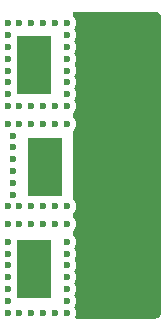
<source format=gbr>
%TF.GenerationSoftware,KiCad,Pcbnew,8.0.7*%
%TF.CreationDate,2025-04-11T01:47:19-04:00*%
%TF.ProjectId,1M_2F,314d5f32-462e-46b6-9963-61645f706362,rev?*%
%TF.SameCoordinates,Original*%
%TF.FileFunction,Copper,L4,Inr*%
%TF.FilePolarity,Positive*%
%FSLAX46Y46*%
G04 Gerber Fmt 4.6, Leading zero omitted, Abs format (unit mm)*
G04 Created by KiCad (PCBNEW 8.0.7) date 2025-04-11 01:47:19*
%MOMM*%
%LPD*%
G01*
G04 APERTURE LIST*
%TA.AperFunction,ComponentPad*%
%ADD10R,3.000000X5.000000*%
%TD*%
%TA.AperFunction,ComponentPad*%
%ADD11R,5.000000X3.000000*%
%TD*%
%TA.AperFunction,ViaPad*%
%ADD12C,0.600000*%
%TD*%
G04 APERTURE END LIST*
D10*
%TO.N,Net-(J1-Pin_1)*%
%TO.C,J1*%
X97207100Y-47653300D03*
D11*
%TO.N,GND*%
X102844600Y-47040800D03*
%TD*%
D10*
%TO.N,Net-(J1-Pin_1)*%
%TO.C,J3*%
X96275000Y-56262500D03*
D11*
%TO.N,GND*%
X102912500Y-56875000D03*
%TD*%
D10*
%TO.N,Net-(J1-Pin_1)*%
%TO.C,J2*%
X96200000Y-39050000D03*
D11*
%TO.N,GND*%
X102837500Y-39662500D03*
%TD*%
D12*
%TO.N,GND*%
X105500000Y-37000000D03*
X100500000Y-59000000D03*
X100500000Y-60000000D03*
X101500000Y-49500000D03*
X104500000Y-42000000D03*
X103500000Y-54000000D03*
X105500000Y-45000000D03*
X103500000Y-42000000D03*
X104500000Y-37000000D03*
X101500000Y-42000000D03*
X101500000Y-45000000D03*
X104500000Y-49500000D03*
X104500000Y-60000000D03*
X102500000Y-54000000D03*
X101500000Y-51000000D03*
X100500000Y-49500000D03*
X100500000Y-45000000D03*
X104500000Y-52500000D03*
X102500000Y-37000000D03*
X103500000Y-51000000D03*
X100500000Y-42000000D03*
X103500000Y-43500000D03*
X100500000Y-35500000D03*
X104500000Y-43500000D03*
X102500000Y-49500000D03*
X105500000Y-51000000D03*
X103500000Y-45000000D03*
X103500000Y-60000000D03*
X104500000Y-54000000D03*
X100500000Y-51000000D03*
X104500000Y-51000000D03*
X103500000Y-49500000D03*
X102500000Y-35500000D03*
X102500000Y-60000000D03*
X105500000Y-43500000D03*
X100500000Y-54000000D03*
X101500000Y-37000000D03*
X103500000Y-35500000D03*
X103500000Y-37000000D03*
X100500000Y-52500000D03*
X105500000Y-60000000D03*
X104500000Y-35500000D03*
X102500000Y-43500000D03*
X101500000Y-54000000D03*
X103500000Y-59000000D03*
X104500000Y-45000000D03*
X102500000Y-51000000D03*
X101500000Y-60000000D03*
X101500000Y-35500000D03*
X102500000Y-45000000D03*
X105500000Y-54000000D03*
X100500000Y-43500000D03*
X105500000Y-59000000D03*
X105500000Y-35500000D03*
X105500000Y-52500000D03*
X105500000Y-49500000D03*
X102500000Y-52500000D03*
X102500000Y-59000000D03*
X105500000Y-42000000D03*
X101500000Y-59000000D03*
X102500000Y-42000000D03*
X100500000Y-37000000D03*
X101500000Y-52500000D03*
X101500000Y-43500000D03*
X104500000Y-59000000D03*
X103500000Y-52500000D03*
%TO.N,Net-(J1-Pin_1)*%
X99000000Y-51000000D03*
X96000000Y-42500000D03*
X94000000Y-60000000D03*
X94000000Y-59000000D03*
X94000000Y-58000000D03*
X97000000Y-42500000D03*
X96000000Y-35500000D03*
X94000000Y-41500000D03*
X99000000Y-56000000D03*
X97000000Y-60000000D03*
X94000000Y-36500000D03*
X99000000Y-38500000D03*
X99000000Y-54000000D03*
X94000000Y-56000000D03*
X94500000Y-49000000D03*
X99000000Y-37500000D03*
X99000000Y-36500000D03*
X95000000Y-52500000D03*
X98000000Y-35500000D03*
X94000000Y-39500000D03*
X99000000Y-52500000D03*
X94500000Y-46000000D03*
X99000000Y-40500000D03*
X99000000Y-60000000D03*
X94000000Y-55000000D03*
X94500000Y-45000000D03*
X97000000Y-52500000D03*
X94000000Y-57000000D03*
X94000000Y-42500000D03*
X94500000Y-47000000D03*
X95000000Y-60000000D03*
X99000000Y-41500000D03*
X98000000Y-60000000D03*
X99000000Y-44000000D03*
X97000000Y-44000000D03*
X96000000Y-52500000D03*
X94000000Y-38500000D03*
X94000000Y-37500000D03*
X99000000Y-42500000D03*
X99000000Y-39500000D03*
X94000000Y-52500000D03*
X97000000Y-51000000D03*
X98000000Y-42500000D03*
X94000000Y-51000000D03*
X94500000Y-50000000D03*
X95000000Y-35500000D03*
X95000000Y-51000000D03*
X96000000Y-60000000D03*
X95000000Y-42500000D03*
X94000000Y-40500000D03*
X99000000Y-35500000D03*
X94000000Y-35500000D03*
X96000000Y-51000000D03*
X98000000Y-52500000D03*
X94500000Y-48000000D03*
X98000000Y-51000000D03*
X99000000Y-55000000D03*
X99000000Y-58000000D03*
X95000000Y-44000000D03*
X96000000Y-44000000D03*
X97000000Y-35500000D03*
X99000000Y-57000000D03*
X94000000Y-44000000D03*
X98000000Y-44000000D03*
X94000000Y-54000000D03*
X99000000Y-59000000D03*
%TD*%
%TA.AperFunction,Conductor*%
%TO.N,GND*%
G36*
X106506922Y-34501280D02*
G01*
X106597266Y-34511459D01*
X106624331Y-34517636D01*
X106703540Y-34545352D01*
X106728553Y-34557398D01*
X106799606Y-34602043D01*
X106821313Y-34619355D01*
X106880644Y-34678686D01*
X106897957Y-34700395D01*
X106942600Y-34771444D01*
X106954648Y-34796462D01*
X106982362Y-34875666D01*
X106988540Y-34902735D01*
X106998720Y-34993076D01*
X106999500Y-35006961D01*
X106999500Y-59993036D01*
X106998720Y-60006921D01*
X106988540Y-60097264D01*
X106982362Y-60124333D01*
X106954648Y-60203537D01*
X106942600Y-60228555D01*
X106897957Y-60299604D01*
X106880644Y-60321313D01*
X106821313Y-60380644D01*
X106799604Y-60397957D01*
X106728555Y-60442600D01*
X106703537Y-60454648D01*
X106624333Y-60482362D01*
X106597264Y-60488540D01*
X106517075Y-60497576D01*
X106506921Y-60498720D01*
X106493038Y-60499500D01*
X99848072Y-60499500D01*
X99781033Y-60479815D01*
X99735278Y-60427011D01*
X99725334Y-60357853D01*
X99731030Y-60334546D01*
X99785367Y-60179257D01*
X99785368Y-60179255D01*
X99793042Y-60111149D01*
X99805565Y-60000003D01*
X99805565Y-59999996D01*
X99785369Y-59820750D01*
X99785368Y-59820745D01*
X99725788Y-59650475D01*
X99672691Y-59565973D01*
X99653690Y-59498736D01*
X99672691Y-59434027D01*
X99725788Y-59349524D01*
X99785368Y-59179254D01*
X99785369Y-59179249D01*
X99805565Y-59000003D01*
X99805565Y-58999996D01*
X99785369Y-58820750D01*
X99785368Y-58820745D01*
X99725788Y-58650475D01*
X99672691Y-58565973D01*
X99653690Y-58498736D01*
X99672691Y-58434027D01*
X99725788Y-58349524D01*
X99785368Y-58179254D01*
X99785369Y-58179249D01*
X99805565Y-58000003D01*
X99805565Y-57999996D01*
X99785369Y-57820750D01*
X99785368Y-57820745D01*
X99725788Y-57650475D01*
X99672691Y-57565973D01*
X99653690Y-57498736D01*
X99672691Y-57434027D01*
X99725788Y-57349524D01*
X99785368Y-57179254D01*
X99785369Y-57179249D01*
X99805565Y-57000003D01*
X99805565Y-56999996D01*
X99785369Y-56820750D01*
X99785368Y-56820745D01*
X99725788Y-56650475D01*
X99672691Y-56565973D01*
X99653690Y-56498736D01*
X99672691Y-56434027D01*
X99725788Y-56349524D01*
X99785368Y-56179254D01*
X99785369Y-56179249D01*
X99805565Y-56000003D01*
X99805565Y-55999996D01*
X99785369Y-55820750D01*
X99785368Y-55820745D01*
X99725788Y-55650475D01*
X99672691Y-55565973D01*
X99653690Y-55498736D01*
X99672691Y-55434027D01*
X99725788Y-55349524D01*
X99785368Y-55179254D01*
X99785369Y-55179249D01*
X99805565Y-55000003D01*
X99805565Y-54999996D01*
X99785369Y-54820750D01*
X99785368Y-54820745D01*
X99725788Y-54650475D01*
X99672691Y-54565973D01*
X99653690Y-54498736D01*
X99672691Y-54434027D01*
X99725788Y-54349524D01*
X99785368Y-54179254D01*
X99785369Y-54179249D01*
X99805565Y-54000003D01*
X99805565Y-53999996D01*
X99785369Y-53820750D01*
X99785368Y-53820745D01*
X99725788Y-53650476D01*
X99629815Y-53497737D01*
X99536319Y-53404241D01*
X99502834Y-53342918D01*
X99500000Y-53316560D01*
X99500000Y-53183440D01*
X99519685Y-53116401D01*
X99536319Y-53095759D01*
X99629816Y-53002262D01*
X99725789Y-52849522D01*
X99785368Y-52679255D01*
X99805565Y-52500000D01*
X99785368Y-52320745D01*
X99725789Y-52150478D01*
X99629816Y-51997738D01*
X99536319Y-51904241D01*
X99502834Y-51842918D01*
X99500000Y-51816560D01*
X99500000Y-51683440D01*
X99519685Y-51616401D01*
X99536319Y-51595759D01*
X99629816Y-51502262D01*
X99725789Y-51349522D01*
X99785368Y-51179255D01*
X99805565Y-51000000D01*
X99785368Y-50820745D01*
X99725789Y-50650478D01*
X99629816Y-50497738D01*
X99536319Y-50404241D01*
X99502834Y-50342918D01*
X99500000Y-50316560D01*
X99500000Y-44683440D01*
X99519685Y-44616401D01*
X99536319Y-44595759D01*
X99629816Y-44502262D01*
X99725789Y-44349522D01*
X99785368Y-44179255D01*
X99805565Y-44000000D01*
X99785368Y-43820745D01*
X99725789Y-43650478D01*
X99629816Y-43497738D01*
X99536319Y-43404241D01*
X99502834Y-43342918D01*
X99500000Y-43316560D01*
X99500000Y-43183440D01*
X99519685Y-43116401D01*
X99536319Y-43095759D01*
X99629816Y-43002262D01*
X99725789Y-42849522D01*
X99785368Y-42679255D01*
X99805565Y-42500000D01*
X99785368Y-42320745D01*
X99725789Y-42150478D01*
X99725788Y-42150475D01*
X99672691Y-42065973D01*
X99653690Y-41998736D01*
X99672691Y-41934027D01*
X99725788Y-41849524D01*
X99785368Y-41679254D01*
X99785369Y-41679249D01*
X99805565Y-41500003D01*
X99805565Y-41499996D01*
X99785369Y-41320750D01*
X99785368Y-41320745D01*
X99725788Y-41150475D01*
X99672691Y-41065973D01*
X99653690Y-40998736D01*
X99672691Y-40934027D01*
X99725788Y-40849524D01*
X99785368Y-40679254D01*
X99785369Y-40679249D01*
X99805565Y-40500003D01*
X99805565Y-40499996D01*
X99785369Y-40320750D01*
X99785368Y-40320745D01*
X99725788Y-40150475D01*
X99672691Y-40065973D01*
X99653690Y-39998736D01*
X99672691Y-39934027D01*
X99725788Y-39849524D01*
X99785368Y-39679254D01*
X99785369Y-39679249D01*
X99805565Y-39500003D01*
X99805565Y-39499996D01*
X99785369Y-39320750D01*
X99785368Y-39320745D01*
X99725788Y-39150475D01*
X99672691Y-39065973D01*
X99653690Y-38998736D01*
X99672691Y-38934027D01*
X99725788Y-38849524D01*
X99785368Y-38679254D01*
X99785369Y-38679249D01*
X99805565Y-38500003D01*
X99805565Y-38499996D01*
X99785369Y-38320750D01*
X99785368Y-38320745D01*
X99725788Y-38150475D01*
X99672691Y-38065973D01*
X99653690Y-37998736D01*
X99672691Y-37934027D01*
X99725788Y-37849524D01*
X99785368Y-37679254D01*
X99785369Y-37679249D01*
X99805565Y-37500003D01*
X99805565Y-37499996D01*
X99785369Y-37320750D01*
X99785368Y-37320745D01*
X99725788Y-37150475D01*
X99672691Y-37065973D01*
X99653690Y-36998736D01*
X99672691Y-36934027D01*
X99725788Y-36849524D01*
X99785368Y-36679254D01*
X99785369Y-36679249D01*
X99805565Y-36500003D01*
X99805565Y-36499996D01*
X99785369Y-36320750D01*
X99785368Y-36320745D01*
X99725788Y-36150475D01*
X99672691Y-36065973D01*
X99653690Y-35998736D01*
X99672691Y-35934027D01*
X99725788Y-35849524D01*
X99785368Y-35679254D01*
X99785369Y-35679249D01*
X99805565Y-35500003D01*
X99805565Y-35499996D01*
X99785369Y-35320750D01*
X99785368Y-35320745D01*
X99725788Y-35150476D01*
X99629815Y-34997737D01*
X99536319Y-34904241D01*
X99502834Y-34842918D01*
X99500000Y-34816560D01*
X99500000Y-34624500D01*
X99519685Y-34557461D01*
X99572489Y-34511706D01*
X99624000Y-34500500D01*
X106434108Y-34500500D01*
X106493038Y-34500500D01*
X106506922Y-34501280D01*
G37*
%TD.AperFunction*%
%TD*%
M02*

</source>
